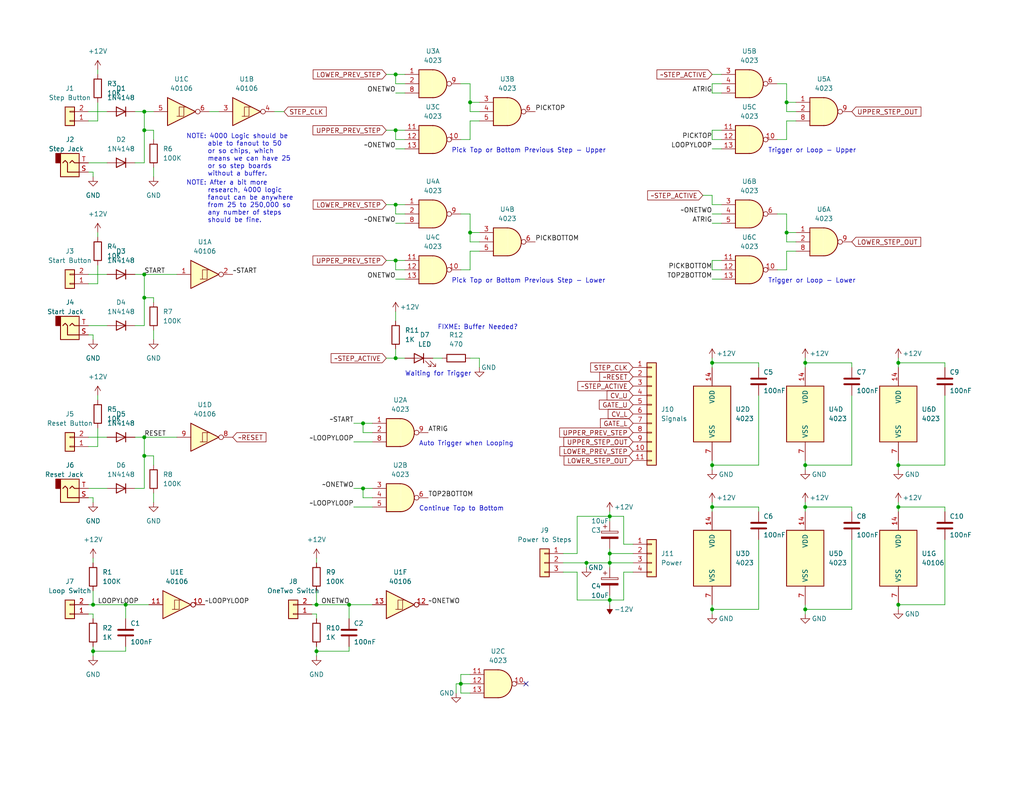
<source format=kicad_sch>
(kicad_sch (version 20211123) (generator eeschema)
  (paper "USLetter")
  (title_block (title "Sequencer One - Control Board") (date "2024-01-18") (rev "v1") (company "Multi Phase Brothel"))
  (lib_symbols
    (symbol "4xxx:40106" (pin_names (offset 1.016))
      (property "Reference" "U" (at 0 1.27 0))
      (property "Value" "40106" (at 0 -1.27 0))
      (symbol "40106_1_0"
        (pin input line (at -7.62 0 0) (length 3.81) (name "~") (number "1"))
        (pin output inverted (at 7.62 0 180) (length 3.81) (name "~") (number "2"))
      )
      (symbol "40106_2_0"
        (pin input line (at -7.62 0 0) (length 3.81) (name "~") (number "3"))
        (pin output inverted (at 7.62 0 180) (length 3.81) (name "~") (number "4"))
      )
      (symbol "40106_3_0"
        (pin input line (at -7.62 0 0) (length 3.81) (name "~") (number "5"))
        (pin output inverted (at 7.62 0 180) (length 3.81) (name "~") (number "6"))
      )
      (symbol "40106_4_0"
        (pin output inverted (at 7.62 0 180) (length 3.81) (name "~") (number "8"))
        (pin input line (at -7.62 0 0) (length 3.81) (name "~") (number "9"))
      )
      (symbol "40106_5_0"
        (pin output inverted (at 7.62 0 180) (length 3.81) (name "~") (number "10"))
        (pin input line (at -7.62 0 0) (length 3.81) (name "~") (number "11"))
      )
      (symbol "40106_6_0"
        (pin output inverted (at 7.62 0 180) (length 3.81) (name "~") (number "12"))
        (pin input line (at -7.62 0 0) (length 3.81) (name "~") (number "13"))
      )
      (symbol "40106_7_0"
        (pin power_in line (at 0 12.7 270) (length 5.08) (name "VDD") (number "14"))
        (pin power_in line (at 0 -12.7 90) (length 5.08) (name "VSS") (number "7"))
      )
    )
    (symbol "4xxx:4023" (pin_names (offset 1.016))
      (property "Reference" "U" (at 0 1.27 0))
      (property "Value" "4023" (at 0 -1.27 0))
      (symbol "4023_1_1"
        (pin input line (at -7.62 2.54 0) (length 3.81) (name "~") (number "1"))
        (pin input line (at -7.62 0 0) (length 3.81) (name "~") (number "2"))
        (pin input line (at -7.62 -2.54 0) (length 3.81) (name "~") (number "8"))
        (pin output inverted (at 7.62 0 180) (length 3.81) (name "~") (number "9"))
      )
      (symbol "4023_1_2"
        (pin input inverted (at -7.62 2.54 0) (length 4.318) (name "~") (number "1"))
        (pin input inverted (at -7.62 0 0) (length 4.953) (name "~") (number "2"))
        (pin input inverted (at -7.62 -2.54 0) (length 4.318) (name "~") (number "8"))
        (pin output line (at 7.62 0 180) (length 3.81) (name "~") (number "9"))
      )
      (symbol "4023_2_1"
        (pin input line (at -7.62 2.54 0) (length 3.81) (name "~") (number "3"))
        (pin input line (at -7.62 0 0) (length 3.81) (name "~") (number "4"))
        (pin input line (at -7.62 -2.54 0) (length 3.81) (name "~") (number "5"))
        (pin output inverted (at 7.62 0 180) (length 3.81) (name "~") (number "6"))
      )
      (symbol "4023_2_2"
        (pin input inverted (at -7.62 2.54 0) (length 4.318) (name "~") (number "3"))
        (pin input inverted (at -7.62 0 0) (length 4.953) (name "~") (number "4"))
        (pin input inverted (at -7.62 -2.54 0) (length 4.318) (name "~") (number "5"))
        (pin output line (at 7.62 0 180) (length 3.81) (name "~") (number "6"))
      )
      (symbol "4023_3_1"
        (pin output inverted (at 7.62 0 180) (length 3.81) (name "~") (number "10"))
        (pin input line (at -7.62 2.54 0) (length 3.81) (name "~") (number "11"))
        (pin input line (at -7.62 0 0) (length 3.81) (name "~") (number "12"))
        (pin input line (at -7.62 -2.54 0) (length 3.81) (name "~") (number "13"))
      )
      (symbol "4023_3_2"
        (pin output line (at 7.62 0 180) (length 3.81) (name "~") (number "10"))
        (pin input inverted (at -7.62 2.54 0) (length 4.318) (name "~") (number "11"))
        (pin input inverted (at -7.62 0 0) (length 4.953) (name "~") (number "12"))
        (pin input inverted (at -7.62 -2.54 0) (length 4.318) (name "~") (number "13"))
      )
      (symbol "4023_4_0"
        (pin power_in line (at 0 12.7 270) (length 5.08) (name "VDD") (number "14"))
        (pin power_in line (at 0 -12.7 90) (length 5.08) (name "VSS") (number "7"))
      )
    )
    (symbol "Connector:AudioJack2"
      (property "Reference" "J" (at 0 8.89 0))
      (property "Value" "AudioJack2" (at 0 6.35 0))
      (symbol "AudioJack2_1_1"
        (pin passive line (at 5.08 2.54 180) (length 2.54) (name "~") (number "S"))
        (pin passive line (at 5.08 0 180) (length 2.54) (name "~") (number "T"))
      )
    )
    (symbol "Connector_Generic:Conn_01x02" (pin_names (offset 1.016) hide)
      (property "Reference" "J" (at 0 2.54 0))
      (property "Value" "Conn_01x02" (at 0 -5.08 0))
      (symbol "Conn_01x02_1_1"
        (pin passive line (at -5.08 0 0) (length 3.81) (name "Pin_1") (number "1"))
        (pin passive line (at -5.08 -2.54 0) (length 3.81) (name "Pin_2") (number "2"))
      )
    )
    (symbol "Connector_Generic:Conn_01x03" (pin_names (offset 1.016) hide)
      (property "Reference" "J" (at 0 5.08 0))
      (property "Value" "Conn_01x03" (at 0 -5.08 0))
      (symbol "Conn_01x03_1_1"
        (pin passive line (at -5.08 2.54 0) (length 3.81) (name "Pin_1") (number "1"))
        (pin passive line (at -5.08 0 0) (length 3.81) (name "Pin_2") (number "2"))
        (pin passive line (at -5.08 -2.54 0) (length 3.81) (name "Pin_3") (number "3"))
      )
    )
    (symbol "Connector_Generic:Conn_01x04" (pin_names (offset 1.016) hide)
      (property "Reference" "J" (at 0 5.08 0))
      (property "Value" "Conn_01x04" (at 0 -7.62 0))
      (symbol "Conn_01x04_1_1"
        (pin passive line (at -5.08 2.54 0) (length 3.81) (name "Pin_1") (number "1"))
        (pin passive line (at -5.08 0 0) (length 3.81) (name "Pin_2") (number "2"))
        (pin passive line (at -5.08 -2.54 0) (length 3.81) (name "Pin_3") (number "3"))
        (pin passive line (at -5.08 -5.08 0) (length 3.81) (name "Pin_4") (number "4"))
      )
    )
    (symbol "Connector_Generic:Conn_01x11" (pin_names (offset 1.016) hide)
      (property "Reference" "J" (at 0 15.24 0))
      (property "Value" "Conn_01x11" (at 0 -15.24 0))
      (symbol "Conn_01x11_1_1"
        (pin passive line (at -5.08 12.7 0) (length 3.81) (name "Pin_1") (number "1"))
        (pin passive line (at -5.08 -10.16 0) (length 3.81) (name "Pin_10") (number "10"))
        (pin passive line (at -5.08 -12.7 0) (length 3.81) (name "Pin_11") (number "11"))
        (pin passive line (at -5.08 10.16 0) (length 3.81) (name "Pin_2") (number "2"))
        (pin passive line (at -5.08 7.62 0) (length 3.81) (name "Pin_3") (number "3"))
        (pin passive line (at -5.08 5.08 0) (length 3.81) (name "Pin_4") (number "4"))
        (pin passive line (at -5.08 2.54 0) (length 3.81) (name "Pin_5") (number "5"))
        (pin passive line (at -5.08 0 0) (length 3.81) (name "Pin_6") (number "6"))
        (pin passive line (at -5.08 -2.54 0) (length 3.81) (name "Pin_7") (number "7"))
        (pin passive line (at -5.08 -5.08 0) (length 3.81) (name "Pin_8") (number "8"))
        (pin passive line (at -5.08 -7.62 0) (length 3.81) (name "Pin_9") (number "9"))
      )
    )
    (symbol "Device:C" (pin_numbers hide) (pin_names (offset 0.254))
      (property "Reference" "C" (at 0.635 2.54 0))
      (property "Value" "C" (at 0.635 -2.54 0))
      (symbol "C_1_1"
        (pin passive line (at 0 3.81 270) (length 2.794) (name "~") (number "1"))
        (pin passive line (at 0 -3.81 90) (length 2.794) (name "~") (number "2"))
      )
    )
    (symbol "Device:C_Polarized" (pin_numbers hide) (pin_names (offset 0.254))
      (property "Reference" "C" (at 0.635 2.54 0))
      (property "Value" "C_Polarized" (at 0.635 -2.54 0))
      (symbol "C_Polarized_1_1"
        (pin passive line (at 0 3.81 270) (length 2.794) (name "~") (number "1"))
        (pin passive line (at 0 -3.81 90) (length 2.794) (name "~") (number "2"))
      )
    )
    (symbol "Device:D" (pin_numbers hide) (pin_names (offset 1.016) hide)
      (property "Reference" "D" (at 0 2.54 0))
      (property "Value" "D" (at 0 -2.54 0))
      (symbol "D_1_1"
        (pin passive line (at -3.81 0 0) (length 2.54) (name "K") (number "1"))
        (pin passive line (at 3.81 0 180) (length 2.54) (name "A") (number "2"))
      )
    )
    (symbol "Device:LED" (pin_numbers hide) (pin_names (offset 1.016) hide)
      (property "Reference" "D" (at 0 2.54 0))
      (property "Value" "LED" (at 0 -2.54 0))
      (symbol "LED_1_1"
        (pin passive line (at -3.81 0 0) (length 2.54) (name "K") (number "1"))
        (pin passive line (at 3.81 0 180) (length 2.54) (name "A") (number "2"))
      )
    )
    (symbol "Device:R" (pin_numbers hide) (pin_names (offset 0))
      (property "Reference" "R" (at 2.032 0 90))
      (property "Value" "R" (at 0 0 90))
      (symbol "R_1_1"
        (pin passive line (at 0 3.81 270) (length 1.27) (name "~") (number "1"))
        (pin passive line (at 0 -3.81 90) (length 1.27) (name "~") (number "2"))
      )
    )
    (symbol "power:+12V" (power) (pin_names (offset 0))
      (property "Value" "+12V" (at 0 3.556 0))
      (symbol "+12V_1_1"
        (pin power_in line (at 0 0 90) (length 0) hide (name "+12V") (number "1"))
      )
    )
    (symbol "power:-12V" (power) (pin_names (offset 0))
      (property "Value" "-12V" (at 0 3.81 0))
      (symbol "-12V_0_0"
        (pin power_in line (at 0 0 90) (length 0) hide (name "-12V") (number "1"))
      )
    )
    (symbol "power:GND" (power) (pin_names (offset 0))
      (property "Value" "GND" (at 0 -3.81 0))
      (symbol "GND_1_1"
        (pin power_in line (at 0 0 270) (length 0) hide (name "GND") (number "1"))
      )
    )
  )
  (junction (at 194.31 138.43))
  (junction (at 245.11 138.43))
  (junction (at 214.63 63.5))
  (junction (at 39.37 119.38))
  (junction (at 107.95 55.88))
  (junction (at 25.4 165.1))
  (junction (at 128.27 27.94))
  (junction (at 194.31 127))
  (junction (at 219.71 99.06))
  (junction (at 39.37 124.46))
  (junction (at 166.37 163.83))
  (junction (at 219.71 166.37))
  (junction (at 219.71 127))
  (junction (at 107.95 97.79))
  (junction (at 219.71 138.43))
  (junction (at 99.06 133.35))
  (junction (at 86.36 165.1))
  (junction (at 166.37 151.13))
  (junction (at 125.73 186.69))
  (junction (at 25.4 177.8))
  (junction (at 99.06 115.57))
  (junction (at 245.11 127))
  (junction (at 160.02 153.67))
  (junction (at 107.95 35.56))
  (junction (at 39.37 30.48))
  (junction (at 39.37 74.93))
  (junction (at 107.95 71.12))
  (junction (at 166.37 153.67))
  (junction (at 245.11 165.1))
  (junction (at 166.37 140.97))
  (junction (at 34.29 165.1))
  (junction (at 86.36 177.8))
  (junction (at 194.31 166.37))
  (junction (at 128.27 63.5))
  (junction (at 107.95 20.32))
  (junction (at 214.63 27.94))
  (junction (at 245.11 99.06))
  (junction (at 95.25 165.1))
  (junction (at 39.37 35.56))
  (junction (at 194.31 99.06))
  (junction (at 39.37 81.28))
  (no_connect (at 143.51 186.69))
  (wire (pts (xy 214.63 63.5) (xy 217.17 63.5)))
  (wire (pts (xy 128.27 63.5) (xy 128.27 58.42)))
  (wire (pts (xy 105.41 55.88) (xy 107.95 55.88)))
  (wire (pts (xy 130.81 30.48) (xy 128.27 30.48)))
  (wire (pts (xy 170.18 148.59) (xy 170.18 140.97)))
  (wire (pts (xy 107.95 38.1) (xy 107.95 35.56)))
  (wire (pts (xy 24.13 165.1) (xy 25.4 165.1)))
  (wire (pts (xy 207.01 166.37) (xy 207.01 147.32)))
  (wire (pts (xy 86.36 176.53) (xy 86.36 177.8)))
  (wire (pts (xy 245.11 165.1) (xy 245.11 166.37)))
  (wire (pts (xy 219.71 166.37) (xy 219.71 167.64)))
  (wire (pts (xy 101.6 135.89) (xy 99.06 135.89)))
  (wire (pts (xy 166.37 151.13) (xy 166.37 153.67)))
  (wire (pts (xy 196.85 38.1) (xy 194.31 38.1)))
  (wire (pts (xy 26.67 107.95) (xy 26.67 109.22)))
  (wire (pts (xy 128.27 66.04) (xy 128.27 63.5)))
  (wire (pts (xy 214.63 27.94) (xy 217.17 27.94)))
  (wire (pts (xy 101.6 118.11) (xy 99.06 118.11)))
  (wire (pts (xy 194.31 165.1) (xy 194.31 166.37)))
  (wire (pts (xy 96.52 115.57) (xy 99.06 115.57)))
  (wire (pts (xy 128.27 58.42) (xy 125.73 58.42)))
  (wire (pts (xy 207.01 138.43) (xy 207.01 139.7)))
  (wire (pts (xy 107.95 20.32) (xy 110.49 20.32)))
  (wire (pts (xy 41.91 45.72) (xy 41.91 48.26)))
  (wire (pts (xy 107.95 55.88) (xy 110.49 55.88)))
  (wire (pts (xy 214.63 30.48) (xy 214.63 27.94)))
  (wire (pts (xy 245.11 165.1) (xy 257.81 165.1)))
  (wire (pts (xy 41.91 35.56) (xy 39.37 35.56)))
  (wire (pts (xy 157.48 156.21) (xy 157.48 163.83)))
  (wire (pts (xy 172.72 153.67) (xy 166.37 153.67)))
  (wire (pts (xy 99.06 118.11) (xy 99.06 115.57)))
  (wire (pts (xy 85.09 165.1) (xy 86.36 165.1)))
  (wire (pts (xy 214.63 66.04) (xy 214.63 63.5)))
  (wire (pts (xy 257.81 165.1) (xy 257.81 147.32)))
  (wire (pts (xy 25.4 161.29) (xy 25.4 165.1)))
  (wire (pts (xy 214.63 73.66) (xy 214.63 68.58)))
  (wire (pts (xy 105.41 20.32) (xy 107.95 20.32)))
  (wire (pts (xy 24.13 88.9) (xy 29.21 88.9)))
  (wire (pts (xy 194.31 125.73) (xy 194.31 127)))
  (wire (pts (xy 24.13 121.92) (xy 26.67 121.92)))
  (wire (pts (xy 153.67 153.67) (xy 160.02 153.67)))
  (wire (pts (xy 25.4 46.99) (xy 25.4 48.26)))
  (wire (pts (xy 95.25 176.53) (xy 95.25 177.8)))
  (wire (pts (xy 41.91 82.55) (xy 41.91 81.28)))
  (wire (pts (xy 39.37 44.45) (xy 39.37 35.56)))
  (wire (pts (xy 219.71 166.37) (xy 232.41 166.37)))
  (wire (pts (xy 128.27 73.66) (xy 128.27 68.58)))
  (wire (pts (xy 166.37 140.97) (xy 166.37 142.24)))
  (wire (pts (xy 24.13 133.35) (xy 29.21 133.35)))
  (wire (pts (xy 95.25 165.1) (xy 95.25 168.91)))
  (wire (pts (xy 95.25 165.1) (xy 101.6 165.1)))
  (wire (pts (xy 194.31 40.64) (xy 196.85 40.64)))
  (wire (pts (xy 39.37 119.38) (xy 48.26 119.38)))
  (wire (pts (xy 157.48 140.97) (xy 157.48 151.13)))
  (wire (pts (xy 245.11 97.79) (xy 245.11 99.06)))
  (wire (pts (xy 194.31 60.96) (xy 196.85 60.96)))
  (wire (pts (xy 245.11 125.73) (xy 245.11 127)))
  (wire (pts (xy 194.31 127) (xy 194.31 128.27)))
  (wire (pts (xy 130.81 66.04) (xy 128.27 66.04)))
  (wire (pts (xy 24.13 119.38) (xy 29.21 119.38)))
  (wire (pts (xy 194.31 22.86) (xy 194.31 25.4)))
  (wire (pts (xy 25.4 165.1) (xy 34.29 165.1)))
  (wire (pts (xy 232.41 100.33) (xy 232.41 99.06)))
  (wire (pts (xy 194.31 20.32) (xy 196.85 20.32)))
  (wire (pts (xy 172.72 156.21) (xy 170.18 156.21)))
  (wire (pts (xy 194.31 166.37) (xy 207.01 166.37)))
  (wire (pts (xy 219.71 139.7) (xy 219.71 138.43)))
  (wire (pts (xy 107.95 97.79) (xy 110.49 97.79)))
  (wire (pts (xy 194.31 139.7) (xy 194.31 138.43)))
  (wire (pts (xy 157.48 140.97) (xy 166.37 140.97)))
  (wire (pts (xy 74.93 30.48) (xy 77.47 30.48)))
  (wire (pts (xy 107.95 85.09) (xy 107.95 87.63)))
  (wire (pts (xy 128.27 27.94) (xy 128.27 22.86)))
  (wire (pts (xy 107.95 35.56) (xy 110.49 35.56)))
  (wire (pts (xy 257.81 127) (xy 257.81 107.95)))
  (wire (pts (xy 36.83 88.9) (xy 39.37 88.9)))
  (wire (pts (xy 86.36 167.64) (xy 86.36 168.91)))
  (wire (pts (xy 232.41 138.43) (xy 232.41 139.7)))
  (wire (pts (xy 194.31 55.88) (xy 196.85 55.88)))
  (wire (pts (xy 245.11 99.06) (xy 257.81 99.06)))
  (wire (pts (xy 24.13 30.48) (xy 29.21 30.48)))
  (wire (pts (xy 166.37 153.67) (xy 166.37 154.94)))
  (wire (pts (xy 26.67 19.05) (xy 26.67 20.32)))
  (wire (pts (xy 196.85 73.66) (xy 194.31 73.66)))
  (wire (pts (xy 170.18 140.97) (xy 166.37 140.97)))
  (wire (pts (xy 153.67 151.13) (xy 157.48 151.13)))
  (wire (pts (xy 24.13 77.47) (xy 26.67 77.47)))
  (wire (pts (xy 219.71 165.1) (xy 219.71 166.37)))
  (wire (pts (xy 25.4 152.4) (xy 25.4 153.67)))
  (wire (pts (xy 107.95 58.42) (xy 107.95 55.88)))
  (wire (pts (xy 125.73 184.15) (xy 125.73 186.69)))
  (wire (pts (xy 128.27 184.15) (xy 125.73 184.15)))
  (wire (pts (xy 118.11 97.79) (xy 120.65 97.79)))
  (wire (pts (xy 194.31 76.2) (xy 196.85 76.2)))
  (wire (pts (xy 24.13 167.64) (xy 25.4 167.64)))
  (wire (pts (xy 107.95 76.2) (xy 110.49 76.2)))
  (wire (pts (xy 219.71 100.33) (xy 219.71 99.06)))
  (wire (pts (xy 125.73 73.66) (xy 128.27 73.66)))
  (wire (pts (xy 194.31 58.42) (xy 196.85 58.42)))
  (wire (pts (xy 107.95 40.64) (xy 110.49 40.64)))
  (wire (pts (xy 107.95 60.96) (xy 110.49 60.96)))
  (wire (pts (xy 39.37 74.93) (xy 48.26 74.93)))
  (wire (pts (xy 26.67 121.92) (xy 26.67 116.84)))
  (wire (pts (xy 219.71 127) (xy 232.41 127)))
  (wire (pts (xy 24.13 91.44) (xy 25.4 91.44)))
  (wire (pts (xy 36.83 30.48) (xy 39.37 30.48)))
  (wire (pts (xy 36.83 44.45) (xy 39.37 44.45)))
  (wire (pts (xy 36.83 133.35) (xy 39.37 133.35)))
  (wire (pts (xy 245.11 138.43) (xy 257.81 138.43)))
  (wire (pts (xy 24.13 44.45) (xy 29.21 44.45)))
  (wire (pts (xy 107.95 22.86) (xy 107.95 20.32)))
  (wire (pts (xy 194.31 137.16) (xy 194.31 138.43)))
  (wire (pts (xy 39.37 88.9) (xy 39.37 81.28)))
  (wire (pts (xy 41.91 124.46) (xy 39.37 124.46)))
  (wire (pts (xy 110.49 58.42) (xy 107.95 58.42)))
  (wire (pts (xy 34.29 176.53) (xy 34.29 177.8)))
  (wire (pts (xy 207.01 127) (xy 207.01 107.95)))
  (wire (pts (xy 212.09 38.1) (xy 214.63 38.1)))
  (wire (pts (xy 257.81 99.06) (xy 257.81 100.33)))
  (wire (pts (xy 110.49 73.66) (xy 107.95 73.66)))
  (wire (pts (xy 41.91 81.28) (xy 39.37 81.28)))
  (wire (pts (xy 153.67 156.21) (xy 157.48 156.21)))
  (wire (pts (xy 110.49 22.86) (xy 107.95 22.86)))
  (wire (pts (xy 212.09 22.86) (xy 214.63 22.86)))
  (wire (pts (xy 105.41 71.12) (xy 107.95 71.12)))
  (wire (pts (xy 41.91 38.1) (xy 41.91 35.56)))
  (wire (pts (xy 194.31 53.34) (xy 191.77 53.34)))
  (wire (pts (xy 128.27 27.94) (xy 130.81 27.94)))
  (wire (pts (xy 39.37 30.48) (xy 41.91 30.48)))
  (wire (pts (xy 125.73 189.23) (xy 125.73 186.69)))
  (wire (pts (xy 110.49 38.1) (xy 107.95 38.1)))
  (wire (pts (xy 41.91 90.17) (xy 41.91 92.71)))
  (wire (pts (xy 105.41 97.79) (xy 107.95 97.79)))
  (wire (pts (xy 86.36 161.29) (xy 86.36 165.1)))
  (wire (pts (xy 24.13 74.93) (xy 29.21 74.93)))
  (wire (pts (xy 157.48 163.83) (xy 166.37 163.83)))
  (wire (pts (xy 194.31 25.4) (xy 196.85 25.4)))
  (wire (pts (xy 124.46 186.69) (xy 124.46 189.23)))
  (wire (pts (xy 39.37 133.35) (xy 39.37 124.46)))
  (wire (pts (xy 219.71 127) (xy 219.71 128.27)))
  (wire (pts (xy 36.83 74.93) (xy 39.37 74.93)))
  (wire (pts (xy 194.31 97.79) (xy 194.31 99.06)))
  (wire (pts (xy 25.4 177.8) (xy 25.4 179.07)))
  (wire (pts (xy 99.06 135.89) (xy 99.06 133.35)))
  (wire (pts (xy 166.37 153.67) (xy 160.02 153.67)))
  (wire (pts (xy 57.15 30.48) (xy 59.69 30.48)))
  (wire (pts (xy 107.95 25.4) (xy 110.49 25.4)))
  (wire (pts (xy 107.95 95.25) (xy 107.95 97.79)))
  (wire (pts (xy 166.37 139.7) (xy 166.37 140.97)))
  (wire (pts (xy 128.27 63.5) (xy 130.81 63.5)))
  (wire (pts (xy 170.18 163.83) (xy 166.37 163.83)))
  (wire (pts (xy 25.4 177.8) (xy 34.29 177.8)))
  (wire (pts (xy 194.31 55.88) (xy 194.31 53.34)))
  (wire (pts (xy 172.72 151.13) (xy 166.37 151.13)))
  (wire (pts (xy 219.71 138.43) (xy 232.41 138.43)))
  (wire (pts (xy 194.31 73.66) (xy 194.31 71.12)))
  (wire (pts (xy 166.37 163.83) (xy 166.37 165.1)))
  (wire (pts (xy 214.63 38.1) (xy 214.63 33.02)))
  (wire (pts (xy 219.71 99.06) (xy 232.41 99.06)))
  (wire (pts (xy 86.36 152.4) (xy 86.36 153.67)))
  (wire (pts (xy 128.27 22.86) (xy 125.73 22.86)))
  (wire (pts (xy 26.67 77.47) (xy 26.67 72.39)))
  (wire (pts (xy 194.31 166.37) (xy 194.31 167.64)))
  (wire (pts (xy 245.11 100.33) (xy 245.11 99.06)))
  (wire (pts (xy 194.31 38.1) (xy 194.31 35.56)))
  (wire (pts (xy 212.09 73.66) (xy 214.63 73.66)))
  (wire (pts (xy 39.37 124.46) (xy 39.37 119.38)))
  (wire (pts (xy 105.41 35.56) (xy 107.95 35.56)))
  (wire (pts (xy 24.13 33.02) (xy 26.67 33.02)))
  (wire (pts (xy 214.63 63.5) (xy 214.63 58.42)))
  (wire (pts (xy 245.11 139.7) (xy 245.11 138.43)))
  (wire (pts (xy 232.41 166.37) (xy 232.41 147.32)))
  (wire (pts (xy 219.71 137.16) (xy 219.71 138.43)))
  (wire (pts (xy 217.17 30.48) (xy 214.63 30.48)))
  (wire (pts (xy 128.27 189.23) (xy 125.73 189.23)))
  (wire (pts (xy 85.09 167.64) (xy 86.36 167.64)))
  (wire (pts (xy 25.4 135.89) (xy 25.4 137.16)))
  (wire (pts (xy 245.11 127) (xy 245.11 128.27)))
  (wire (pts (xy 166.37 151.13) (xy 166.37 149.86)))
  (wire (pts (xy 166.37 162.56) (xy 166.37 163.83)))
  (wire (pts (xy 39.37 119.38) (xy 36.83 119.38)))
  (wire (pts (xy 194.31 71.12) (xy 196.85 71.12)))
  (wire (pts (xy 125.73 186.69) (xy 124.46 186.69)))
  (wire (pts (xy 130.81 97.79) (xy 130.81 100.33)))
  (wire (pts (xy 26.67 33.02) (xy 26.67 27.94)))
  (wire (pts (xy 25.4 91.44) (xy 25.4 92.71)))
  (wire (pts (xy 26.67 63.5) (xy 26.67 64.77)))
  (wire (pts (xy 25.4 167.64) (xy 25.4 168.91)))
  (wire (pts (xy 257.81 138.43) (xy 257.81 139.7)))
  (wire (pts (xy 25.4 176.53) (xy 25.4 177.8)))
  (wire (pts (xy 34.29 165.1) (xy 34.29 168.91)))
  (wire (pts (xy 207.01 99.06) (xy 207.01 100.33)))
  (wire (pts (xy 128.27 30.48) (xy 128.27 27.94)))
  (wire (pts (xy 194.31 35.56) (xy 196.85 35.56)))
  (wire (pts (xy 96.52 133.35) (xy 99.06 133.35)))
  (wire (pts (xy 194.31 99.06) (xy 207.01 99.06)))
  (wire (pts (xy 214.63 68.58) (xy 217.17 68.58)))
  (wire (pts (xy 219.71 125.73) (xy 219.71 127)))
  (wire (pts (xy 41.91 127) (xy 41.91 124.46)))
  (wire (pts (xy 39.37 35.56) (xy 39.37 30.48)))
  (wire (pts (xy 39.37 81.28) (xy 39.37 74.93)))
  (wire (pts (xy 86.36 177.8) (xy 86.36 179.07)))
  (wire (pts (xy 24.13 46.99) (xy 25.4 46.99)))
  (wire (pts (xy 125.73 38.1) (xy 128.27 38.1)))
  (wire (pts (xy 194.31 100.33) (xy 194.31 99.06)))
  (wire (pts (xy 214.63 27.94) (xy 214.63 22.86)))
  (wire (pts (xy 172.72 148.59) (xy 170.18 148.59)))
  (wire (pts (xy 219.71 97.79) (xy 219.71 99.06)))
  (wire (pts (xy 214.63 33.02) (xy 217.17 33.02)))
  (wire (pts (xy 96.52 120.65) (xy 101.6 120.65)))
  (wire (pts (xy 170.18 156.21) (xy 170.18 163.83)))
  (wire (pts (xy 130.81 33.02) (xy 128.27 33.02)))
  (wire (pts (xy 160.02 153.67) (xy 160.02 154.94)))
  (wire (pts (xy 128.27 33.02) (xy 128.27 38.1)))
  (wire (pts (xy 194.31 138.43) (xy 207.01 138.43)))
  (wire (pts (xy 34.29 165.1) (xy 40.64 165.1)))
  (wire (pts (xy 245.11 127) (xy 257.81 127)))
  (wire (pts (xy 24.13 135.89) (xy 25.4 135.89)))
  (wire (pts (xy 128.27 68.58) (xy 130.81 68.58)))
  (wire (pts (xy 96.52 138.43) (xy 101.6 138.43)))
  (wire (pts (xy 99.06 115.57) (xy 101.6 115.57)))
  (wire (pts (xy 86.36 165.1) (xy 95.25 165.1)))
  (wire (pts (xy 128.27 186.69) (xy 125.73 186.69)))
  (wire (pts (xy 245.11 137.16) (xy 245.11 138.43)))
  (wire (pts (xy 196.85 22.86) (xy 194.31 22.86)))
  (wire (pts (xy 217.17 66.04) (xy 214.63 66.04)))
  (wire (pts (xy 107.95 73.66) (xy 107.95 71.12)))
  (wire (pts (xy 95.25 177.8) (xy 86.36 177.8)))
  (wire (pts (xy 194.31 127) (xy 207.01 127)))
  (wire (pts (xy 107.95 71.12) (xy 110.49 71.12)))
  (wire (pts (xy 128.27 97.79) (xy 130.81 97.79)))
  (wire (pts (xy 41.91 134.62) (xy 41.91 137.16)))
  (wire (pts (xy 232.41 127) (xy 232.41 107.95)))
  (wire (pts (xy 99.06 133.35) (xy 101.6 133.35)))
  (wire (pts (xy 212.09 58.42) (xy 214.63 58.42)))
  (text "NOTE: 4000 Logic should be\n      able to fanout to 50\n      or so chips, which\n      means we can have 25\n      or so step boards\n      without a buffer." (at 50.8 48.26 0) (effects (font (size 1.27 1.27)) (justify left bottom)))
  (text "Trigger or Loop - Lower" (at 209.55 77.47 0) (effects (font (size 1.27 1.27)) (justify left bottom)))
  (text "Pick Top or Bottom Previous Step - Lower" (at 123.19 77.47 0) (effects (font (size 1.27 1.27)) (justify left bottom)))
  (text "NOTE: After a bit more\n      research, 4000 logic\n      fanout can be anywhere\n      from 25 to 250,000 so\n      any number of steps\n      should be fine." (at 50.8 60.96 0) (effects (font (size 1.27 1.27)) (justify left bottom)))
  (text "Continue Top to Bottom" (at 114.3 139.7 0) (effects (font (size 1.27 1.27)) (justify left bottom)))
  (text "Waiting for Trigger" (at 110.49 102.87 0) (effects (font (size 1.27 1.27)) (justify left bottom)))
  (text "Trigger or Loop - Upper" (at 209.55 41.91 0) (effects (font (size 1.27 1.27)) (justify left bottom)))
  (text "FIXME: Buffer Needed?" (at 119.38 90.17 0) (effects (font (size 1.27 1.27)) (justify left bottom)))
  (text "Pick Top or Bottom Previous Step - Upper" (at 123.19 41.91 0) (effects (font (size 1.27 1.27)) (justify left bottom)))
  (text "Auto Trigger when Looping" (at 114.3 121.92 0) (effects (font (size 1.27 1.27)) (justify left bottom)))
  (label "PICKBOTTOM" (at 194.31 73.66 180))
  (label "~START" (at 96.52 115.57 180))
  (label "~ONETWO" (at 107.95 60.96 180))
  (label "~ONETWO" (at 96.52 133.35 180))
  (label "ONETWO" (at 87.63 165.1 0))
  (label "ATRIG" (at 194.31 25.4 180))
  (label "LOOPYLOOP" (at 26.67 165.1 0))
  (label "PICKBOTTOM" (at 146.05 66.04 0))
  (label "PICKTOP" (at 194.31 38.1 180))
  (label "~ONETWO" (at 107.95 40.64 180))
  (label "~LOOPYLOOP" (at 96.52 120.65 180))
  (label "PICKTOP" (at 146.05 30.48 0))
  (label "RESET" (at 39.37 119.38 0))
  (label "ATRIG" (at 194.31 60.96 180))
  (label "~LOOPYLOOP" (at 96.52 138.43 180))
  (label "START" (at 39.37 74.93 0))
  (label "~ONETWO" (at 194.31 58.42 180))
  (label "~START" (at 63.5 74.93 0))
  (label "ATRIG" (at 116.84 118.11 0))
  (label "TOP2BOTTOM" (at 194.31 76.2 180))
  (label "LOOPYLOOP" (at 194.31 40.64 180))
  (label "TOP2BOTTOM" (at 116.84 135.89 0))
  (label "ONETWO" (at 107.95 76.2 180))
  (label "ONETWO" (at 107.95 25.4 180))
  (label "~ONETWO" (at 116.84 165.1 0))
  (label "~LOOPYLOOP" (at 55.88 165.1 0))
  (global_label "UPPER_PREV_STEP" (shape input) (at 105.41 35.56 180) (property "Intersheet References" "${INTERSHEET_REFS}" (effects hide)))
  (global_label "LOWER_PREV_STEP" (shape input) (at 172.72 123.19 180) (property "Intersheet References" "${INTERSHEET_REFS}" (effects hide)))
  (global_label "CV_L" (shape input) (at 172.72 113.03 180) (property "Intersheet References" "${INTERSHEET_REFS}" (effects hide)))
  (global_label "LOWER_PREV_STEP" (shape input) (at 105.41 20.32 180) (property "Intersheet References" "${INTERSHEET_REFS}" (effects hide)))
  (global_label "UPPER_STEP_OUT" (shape input) (at 232.41 30.48 0) (property "Intersheet References" "${INTERSHEET_REFS}" (effects hide)))
  (global_label "~RESET" (shape input) (at 172.72 102.87 180) (property "Intersheet References" "${INTERSHEET_REFS}" (effects hide)))
  (global_label "~STEP_ACTIVE" (shape input) (at 105.41 97.79 180) (property "Intersheet References" "${INTERSHEET_REFS}" (effects hide)))
  (global_label "GATE_U" (shape input) (at 172.72 110.49 180) (property "Intersheet References" "${INTERSHEET_REFS}" (effects hide)))
  (global_label "LOWER_STEP_OUT" (shape input) (at 232.41 66.04 0) (property "Intersheet References" "${INTERSHEET_REFS}" (effects hide)))
  (global_label "CV_U" (shape input) (at 172.72 107.95 180) (property "Intersheet References" "${INTERSHEET_REFS}" (effects hide)))
  (global_label "GATE_L" (shape input) (at 172.72 115.57 180) (property "Intersheet References" "${INTERSHEET_REFS}" (effects hide)))
  (global_label "~STEP_ACTIVE" (shape input) (at 194.31 20.32 180) (property "Intersheet References" "${INTERSHEET_REFS}" (effects hide)))
  (global_label "STEP_CLK" (shape input) (at 77.47 30.48 0) (property "Intersheet References" "${INTERSHEET_REFS}" (effects hide)))
  (global_label "STEP_CLK" (shape input) (at 172.72 100.33 180) (property "Intersheet References" "${INTERSHEET_REFS}" (effects hide)))
  (global_label "LOWER_PREV_STEP" (shape input) (at 105.41 55.88 180) (property "Intersheet References" "${INTERSHEET_REFS}" (effects hide)))
  (global_label "LOWER_STEP_OUT" (shape input) (at 172.72 125.73 180) (property "Intersheet References" "${INTERSHEET_REFS}" (effects hide)))
  (global_label "UPPER_STEP_OUT" (shape input) (at 172.72 120.65 180) (property "Intersheet References" "${INTERSHEET_REFS}" (effects hide)))
  (global_label "UPPER_PREV_STEP" (shape input) (at 105.41 71.12 180) (property "Intersheet References" "${INTERSHEET_REFS}" (effects hide)))
  (global_label "~RESET" (shape input) (at 63.5 119.38 0) (property "Intersheet References" "${INTERSHEET_REFS}" (effects hide)))
  (global_label "UPPER_PREV_STEP" (shape input) (at 172.72 118.11 180) (property "Intersheet References" "${INTERSHEET_REFS}" (effects hide)))
  (global_label "~STEP_ACTIVE" (shape input) (at 172.72 105.41 180) (property "Intersheet References" "${INTERSHEET_REFS}" (effects hide)))
  (global_label "~STEP_ACTIVE" (shape input) (at 191.77 53.34 180) (property "Intersheet References" "${INTERSHEET_REFS}" (effects hide)))
  (symbol (lib_id "Connector_Generic:Conn_01x02") (at 80.01 167.64 180) (unit 1)
    (property "Reference" "J8" (at 80.01 158.75 0))
    (property "Value" "OneTwo Switch" (at 80.01 161.29 0))
    (property "Footprint" "Connector_PinHeader_2.54mm:PinHeader_1x02_P2.54mm_Vertical" (effects hide))
  )
  (symbol (lib_id "power:+12V") (at 194.31 137.16 0) (unit 1)
    (property "Reference" "#PWR022" (effects hide))
    (property "Value" "+12V" (at 198.12 135.89 0))
  )
  (symbol (lib_id "Device:R") (at 26.67 113.03 0) (unit 1)
    (property "Reference" "R5" (at 29.21 111.7599 0) (effects (justify left)))
    (property "Value" "10K" (at 29.21 114.2999 0) (effects (justify left)))
    (property "Footprint" "Resistor_THT:R_Axial_DIN0204_L3.6mm_D1.6mm_P7.62mm_Horizontal" (effects hide))
  )
  (symbol (lib_id "Device:R") (at 26.67 24.13 0) (unit 1)
    (property "Reference" "R3" (at 29.21 22.8599 0) (effects (justify left)))
    (property "Value" "10K" (at 29.21 25.3999 0) (effects (justify left)))
    (property "Footprint" "Resistor_THT:R_Axial_DIN0204_L3.6mm_D1.6mm_P7.62mm_Horizontal" (effects hide))
  )
  (symbol (lib_id "Connector:AudioJack2") (at 19.05 133.35 0) (mirror x) (unit 1)
    (property "Reference" "J6" (at 20.32 127 0) (effects (justify right)))
    (property "Value" "Reset Jack" (at 22.86 129.54 0) (effects (justify right)))
    (property "Footprint" "Connector_Audio:Jack_6.35mm_Neutrik_NRJ6HM-1-PRE_Horizontal" (effects hide))
  )
  (symbol (lib_id "power:GND") (at 86.36 179.07 0) (unit 1)
    (property "Reference" "#PWR013" (effects hide))
    (property "Value" "GND" (at 86.36 184.15 0))
  )
  (symbol (lib_id "4xxx:4023") (at 135.89 186.69 0) (unit 3)
    (property "Reference" "U2" (at 135.89 177.8 0))
    (property "Value" "4023" (at 135.89 180.34 0))
    (property "Footprint" "Package_DIP:DIP-14_W7.62mm_Socket_LongPads" (effects hide))
    (property "Datasheet" "http://www.intersil.com/content/dam/Intersil/documents/cd40/cd4011bms-12bms-23bms.pdf" (effects hide))
  )
  (symbol (lib_id "Device:R") (at 124.46 97.79 90) (unit 1)
    (property "Reference" "R12" (at 124.46 91.44 90))
    (property "Value" "470" (at 124.46 93.98 90))
    (property "Footprint" "Resistor_THT:R_Axial_DIN0204_L3.6mm_D1.6mm_P7.62mm_Horizontal" (effects hide))
  )
  (symbol (lib_id "power:GND") (at 25.4 179.07 0) (unit 1)
    (property "Reference" "#PWR05" (effects hide))
    (property "Value" "GND" (at 25.4 184.15 0))
  )
  (symbol (lib_id "4xxx:4023") (at 204.47 73.66 0) (unit 3)
    (property "Reference" "U6" (at 204.47 64.77 0))
    (property "Value" "4023" (at 204.47 67.31 0))
    (property "Footprint" "Package_DIP:DIP-14_W7.62mm_Socket_LongPads" (effects hide))
    (property "Datasheet" "http://www.intersil.com/content/dam/Intersil/documents/cd40/cd4011bms-12bms-23bms.pdf" (effects hide))
  )
  (symbol (lib_id "power:GND") (at 245.11 128.27 0) (unit 1)
    (property "Reference" "#PWR029" (effects hide))
    (property "Value" "GND" (at 248.92 129.54 0))
  )
  (symbol (lib_id "Connector:AudioJack2") (at 19.05 44.45 0) (mirror x) (unit 1)
    (property "Reference" "J2" (at 20.32 38.1 0) (effects (justify right)))
    (property "Value" "Step Jack" (at 22.86 40.64 0) (effects (justify right)))
    (property "Footprint" "Connector_Audio:Jack_6.35mm_Neutrik_NRJ6HM-1-PRE_Horizontal" (effects hide))
  )
  (symbol (lib_id "4xxx:4023") (at 204.47 22.86 0) (unit 2)
    (property "Reference" "U5" (at 204.47 13.97 0))
    (property "Value" "4023" (at 204.47 16.51 0))
    (property "Footprint" "Package_DIP:DIP-14_W7.62mm_Socket_LongPads" (effects hide))
    (property "Datasheet" "http://www.intersil.com/content/dam/Intersil/documents/cd40/cd4011bms-12bms-23bms.pdf" (effects hide))
  )
  (symbol (lib_id "Device:C") (at 34.29 172.72 0) (unit 1)
    (property "Reference" "C1" (at 35.56 170.18 0) (effects (justify left)))
    (property "Value" "100nF" (at 35.56 175.26 0) (effects (justify left)))
    (property "Footprint" "Capacitor_THT:C_Disc_D5.1mm_W3.2mm_P5.00mm" (effects hide))
  )
  (symbol (lib_id "Connector_Generic:Conn_01x11") (at 177.8 113.03 0) (unit 1)
    (property "Reference" "J10" (at 180.34 111.7599 0) (effects (justify left)))
    (property "Value" "Signals" (at 180.34 114.2999 0) (effects (justify left)))
    (property "Footprint" "Connector_PinHeader_2.54mm:PinHeader_1x11_P2.54mm_Vertical" (effects hide))
  )
  (symbol (lib_id "Device:C") (at 257.81 104.14 0) (unit 1)
    (property "Reference" "C9" (at 259.08 101.6 0) (effects (justify left)))
    (property "Value" "100nF" (at 259.08 106.68 0) (effects (justify left)))
    (property "Footprint" "Capacitor_THT:C_Disc_D5.1mm_W3.2mm_P5.00mm" (effects hide))
  )
  (symbol (lib_id "Connector_Generic:Conn_01x02") (at 19.05 121.92 180) (unit 1)
    (property "Reference" "J5" (at 19.05 113.03 0))
    (property "Value" "Reset Button" (at 19.05 115.57 0))
    (property "Footprint" "Connector_PinHeader_2.54mm:PinHeader_1x02_P2.54mm_Vertical" (effects hide))
  )
  (symbol (lib_id "Device:C") (at 257.81 143.51 0) (unit 1)
    (property "Reference" "C10" (at 259.08 140.97 0) (effects (justify left)))
    (property "Value" "100nF" (at 259.08 146.05 0) (effects (justify left)))
    (property "Footprint" "Capacitor_THT:C_Disc_D5.1mm_W3.2mm_P5.00mm" (effects hide))
  )
  (symbol (lib_id "4xxx:4023") (at 245.11 113.03 0) (unit 4)
    (property "Reference" "U6" (at 251.46 111.7599 0) (effects (justify left)))
    (property "Value" "4023" (at 251.46 114.2999 0) (effects (justify left)))
    (property "Footprint" "Package_DIP:DIP-14_W7.62mm_Socket_LongPads" (effects hide))
    (property "Datasheet" "http://www.intersil.com/content/dam/Intersil/documents/cd40/cd4011bms-12bms-23bms.pdf" (effects hide))
  )
  (symbol (lib_id "Device:D") (at 33.02 88.9 0) (mirror y) (unit 1)
    (property "Reference" "D4" (at 33.02 82.55 0))
    (property "Value" "1N4148" (at 33.02 85.09 0))
    (property "Footprint" "Diode_THT:D_DO-35_SOD27_P7.62mm_Horizontal" (effects hide))
  )
  (symbol (lib_id "4xxx:4023") (at 138.43 66.04 0) (unit 2)
    (property "Reference" "U4" (at 138.43 57.15 0))
    (property "Value" "4023" (at 138.43 59.69 0))
    (property "Footprint" "Package_DIP:DIP-14_W7.62mm_Socket_LongPads" (effects hide))
    (property "Datasheet" "http://www.intersil.com/content/dam/Intersil/documents/cd40/cd4011bms-12bms-23bms.pdf" (effects hide))
  )
  (symbol (lib_id "Device:D") (at 33.02 119.38 0) (mirror y) (unit 1)
    (property "Reference" "D5" (at 33.02 113.03 0))
    (property "Value" "1N4148" (at 33.02 115.57 0))
    (property "Footprint" "Diode_THT:D_DO-35_SOD27_P7.62mm_Horizontal" (effects hide))
  )
  (symbol (lib_id "Device:C") (at 207.01 143.51 0) (unit 1)
    (property "Reference" "C6" (at 208.28 140.97 0) (effects (justify left)))
    (property "Value" "100nF" (at 208.28 146.05 0) (effects (justify left)))
    (property "Footprint" "Capacitor_THT:C_Disc_D5.1mm_W3.2mm_P5.00mm" (effects hide))
  )
  (symbol (lib_id "Device:C_Polarized") (at 166.37 146.05 0) (unit 1)
    (property "Reference" "C3" (at 161.29 144.78 0) (effects (justify left)))
    (property "Value" "10uF" (at 161.29 142.24 0) (effects (justify left)))
    (property "Footprint" "Capacitor_THT:CP_Radial_D6.3mm_P2.50mm" (effects hide))
  )
  (symbol (lib_id "power:GND") (at 25.4 92.71 0) (unit 1)
    (property "Reference" "#PWR02" (effects hide))
    (property "Value" "GND" (at 25.4 97.79 0))
  )
  (symbol (lib_id "Device:R") (at 25.4 172.72 0) (unit 1)
    (property "Reference" "R2" (at 27.94 171.4499 0) (effects (justify left)))
    (property "Value" "1K" (at 27.94 173.9899 0) (effects (justify left)))
    (property "Footprint" "Resistor_THT:R_Axial_DIN0204_L3.6mm_D1.6mm_P7.62mm_Horizontal" (effects hide))
  )
  (symbol (lib_id "Connector_Generic:Conn_01x03") (at 148.59 153.67 0) (mirror y) (unit 1)
    (property "Reference" "J9" (at 148.59 144.78 0))
    (property "Value" "Power to Steps" (at 148.59 147.32 0))
    (property "Footprint" "Connector_PinHeader_2.54mm:PinHeader_1x03_P2.54mm_Vertical" (effects hide))
  )
  (symbol (lib_id "power:+12V") (at 26.67 107.95 0) (unit 1)
    (property "Reference" "#PWR08" (effects hide))
    (property "Value" "+12V" (at 26.67 102.87 0))
  )
  (symbol (lib_id "Device:LED") (at 114.3 97.79 0) (mirror y) (unit 1)
    (property "Reference" "D7" (at 115.8875 91.44 0))
    (property "Value" "LED" (at 115.8875 93.98 0))
    (property "Footprint" "LED_THT:LED_D5.0mm" (effects hide))
  )
  (symbol (lib_id "Device:C") (at 232.41 104.14 0) (unit 1)
    (property "Reference" "C7" (at 233.68 101.6 0) (effects (justify left)))
    (property "Value" "100nF" (at 233.68 106.68 0) (effects (justify left)))
    (property "Footprint" "Capacitor_THT:C_Disc_D5.1mm_W3.2mm_P5.00mm" (effects hide))
  )
  (symbol (lib_id "4xxx:40106") (at 49.53 30.48 0) (unit 3)
    (property "Reference" "U1" (at 49.53 21.59 0))
    (property "Value" "40106" (at 49.53 24.13 0))
    (property "Footprint" "Package_DIP:DIP-14_W7.62mm_Socket_LongPads" (effects hide))
    (property "Datasheet" "https://assets.nexperia.com/documents/data-sheet/HEF40106B.pdf" (effects hide))
  )
  (symbol (lib_id "power:+12V") (at 219.71 137.16 0) (unit 1)
    (property "Reference" "#PWR026" (effects hide))
    (property "Value" "+12V" (at 223.52 135.89 0))
  )
  (symbol (lib_id "4xxx:4023") (at 204.47 38.1 0) (unit 3)
    (property "Reference" "U5" (at 204.47 29.21 0))
    (property "Value" "4023" (at 204.47 31.75 0))
    (property "Footprint" "Package_DIP:DIP-14_W7.62mm_Socket_LongPads" (effects hide))
    (property "Datasheet" "http://www.intersil.com/content/dam/Intersil/documents/cd40/cd4011bms-12bms-23bms.pdf" (effects hide))
  )
  (symbol (lib_id "Device:R") (at 86.36 157.48 0) (unit 1)
    (property "Reference" "R9" (at 88.9 156.2099 0) (effects (justify left)))
    (property "Value" "100K" (at 88.9 158.7499 0) (effects (justify left)))
    (property "Footprint" "Resistor_THT:R_Axial_DIN0204_L3.6mm_D1.6mm_P7.62mm_Horizontal" (effects hide))
  )
  (symbol (lib_id "Device:D") (at 33.02 44.45 0) (mirror y) (unit 1)
    (property "Reference" "D2" (at 33.02 38.1 0))
    (property "Value" "1N4148" (at 33.02 40.64 0))
    (property "Footprint" "Diode_THT:D_DO-35_SOD27_P7.62mm_Horizontal" (effects hide))
  )
  (symbol (lib_id "power:+12V") (at 26.67 19.05 0) (unit 1)
    (property "Reference" "#PWR06" (effects hide))
    (property "Value" "+12V" (at 26.67 13.97 0))
  )
  (symbol (lib_id "Device:C_Polarized") (at 166.37 158.75 0) (unit 1)
    (property "Reference" "C4" (at 161.29 160.02 0) (effects (justify left)))
    (property "Value" "10uF" (at 161.29 162.56 0) (effects (justify left)))
    (property "Footprint" "Capacitor_THT:CP_Radial_D6.3mm_P2.50mm" (effects hide))
  )
  (symbol (lib_id "4xxx:40106") (at 55.88 119.38 0) (unit 4)
    (property "Reference" "U1" (at 55.88 110.49 0))
    (property "Value" "40106" (at 55.88 113.03 0))
    (property "Footprint" "Package_DIP:DIP-14_W7.62mm_Socket_LongPads" (effects hide))
    (property "Datasheet" "https://assets.nexperia.com/documents/data-sheet/HEF40106B.pdf" (effects hide))
  )
  (symbol (lib_id "Device:R") (at 41.91 86.36 0) (unit 1)
    (property "Reference" "R7" (at 44.45 85.0899 0) (effects (justify left)))
    (property "Value" "100K" (at 44.45 87.6299 0) (effects (justify left)))
    (property "Footprint" "Resistor_THT:R_Axial_DIN0204_L3.6mm_D1.6mm_P7.62mm_Horizontal" (effects hide))
  )
  (symbol (lib_id "power:GND") (at 41.91 137.16 0) (unit 1)
    (property "Reference" "#PWR011" (effects hide))
    (property "Value" "GND" (at 41.91 142.24 0))
  )
  (symbol (lib_id "Connector_Generic:Conn_01x04") (at 177.8 151.13 0) (unit 1)
    (property "Reference" "J11" (at 180.34 151.1299 0) (effects (justify left)))
    (property "Value" "Power" (at 180.34 153.6699 0) (effects (justify left)))
    (property "Footprint" "Connector_Molex:Molex_KK-396_5273-04A_1x04_P3.96mm_Vertical" (effects hide))
  )
  (symbol (lib_id "4xxx:4023") (at 194.31 113.03 0) (unit 4)
    (property "Reference" "U2" (at 200.66 111.7599 0) (effects (justify left)))
    (property "Value" "4023" (at 200.66 114.2999 0) (effects (justify left)))
    (property "Footprint" "Package_DIP:DIP-14_W7.62mm_Socket_LongPads" (effects hide))
    (property "Datasheet" "http://www.intersil.com/content/dam/Intersil/documents/cd40/cd4011bms-12bms-23bms.pdf" (effects hide))
  )
  (symbol (lib_id "Connector:AudioJack2") (at 19.05 88.9 0) (mirror x) (unit 1)
    (property "Reference" "J4" (at 20.32 82.55 0) (effects (justify right)))
    (property "Value" "Start Jack" (at 22.86 85.09 0) (effects (justify right)))
    (property "Footprint" "Connector_Audio:Jack_6.35mm_Neutrik_NRJ6HM-1-PRE_Horizontal" (effects hide))
  )
  (symbol (lib_id "Connector_Generic:Conn_01x02") (at 19.05 167.64 180) (unit 1)
    (property "Reference" "J7" (at 19.05 158.75 0))
    (property "Value" "Loop Switch" (at 19.05 161.29 0))
    (property "Footprint" "Connector_PinHeader_2.54mm:PinHeader_1x02_P2.54mm_Vertical" (effects hide))
  )
  (symbol (lib_id "4xxx:4023") (at 204.47 58.42 0) (unit 2)
    (property "Reference" "U6" (at 204.47 49.53 0))
    (property "Value" "4023" (at 204.47 52.07 0))
    (property "Footprint" "Package_DIP:DIP-14_W7.62mm_Socket_LongPads" (effects hide))
    (property "Datasheet" "http://www.intersil.com/content/dam/Intersil/documents/cd40/cd4011bms-12bms-23bms.pdf" (effects hide))
  )
  (symbol (lib_id "power:GND") (at 25.4 48.26 0) (unit 1)
    (property "Reference" "#PWR01" (effects hide))
    (property "Value" "GND" (at 25.4 53.34 0))
  )
  (symbol (lib_id "Device:R") (at 41.91 41.91 0) (unit 1)
    (property "Reference" "R6" (at 44.45 40.6399 0) (effects (justify left)))
    (property "Value" "100K" (at 44.45 43.1799 0) (effects (justify left)))
    (property "Footprint" "Resistor_THT:R_Axial_DIN0204_L3.6mm_D1.6mm_P7.62mm_Horizontal" (effects hide))
  )
  (symbol (lib_id "4xxx:40106") (at 55.88 74.93 0) (unit 1)
    (property "Reference" "U1" (at 55.88 66.04 0))
    (property "Value" "40106" (at 55.88 68.58 0))
    (property "Footprint" "Package_DIP:DIP-14_W7.62mm_Socket_LongPads" (effects hide))
    (property "Datasheet" "https://assets.nexperia.com/documents/data-sheet/HEF40106B.pdf" (effects hide))
  )
  (symbol (lib_id "power:+12V") (at 245.11 137.16 0) (unit 1)
    (property "Reference" "#PWR030" (effects hide))
    (property "Value" "+12V" (at 248.92 135.89 0))
  )
  (symbol (lib_id "power:GND") (at 194.31 167.64 0) (unit 1)
    (property "Reference" "#PWR023" (effects hide))
    (property "Value" "GND" (at 198.12 168.91 0))
  )
  (symbol (lib_id "Device:C") (at 95.25 172.72 0) (unit 1)
    (property "Reference" "C2" (at 96.52 170.18 0) (effects (justify left)))
    (property "Value" "100nF" (at 96.52 175.26 0) (effects (justify left)))
    (property "Footprint" "Capacitor_THT:C_Disc_D5.1mm_W3.2mm_P5.00mm" (effects hide))
  )
  (symbol (lib_id "power:+12V") (at 166.37 139.7 0) (unit 1)
    (property "Reference" "#PWR018" (effects hide))
    (property "Value" "+12V" (at 170.18 138.43 0))
  )
  (symbol (lib_id "4xxx:4023") (at 118.11 58.42 0) (unit 1)
    (property "Reference" "U4" (at 118.11 49.53 0))
    (property "Value" "4023" (at 118.11 52.07 0))
    (property "Footprint" "Package_DIP:DIP-14_W7.62mm_Socket_LongPads" (effects hide))
    (property "Datasheet" "http://www.intersil.com/content/dam/Intersil/documents/cd40/cd4011bms-12bms-23bms.pdf" (effects hide))
  )
  (symbol (lib_id "power:+12V") (at 219.71 97.79 0) (unit 1)
    (property "Reference" "#PWR024" (effects hide))
    (property "Value" "+12V" (at 223.52 96.52 0))
  )
  (symbol (lib_id "Connector_Generic:Conn_01x02") (at 19.05 33.02 180) (unit 1)
    (property "Reference" "J1" (at 19.05 24.13 0))
    (property "Value" "Step Button" (at 19.05 26.67 0))
    (property "Footprint" "Connector_PinHeader_2.54mm:PinHeader_1x02_P2.54mm_Vertical" (effects hide))
  )
  (symbol (lib_id "4xxx:4023") (at 224.79 30.48 0) (unit 1)
    (property "Reference" "U5" (at 224.79 21.59 0))
    (property "Value" "4023" (at 224.79 24.13 0))
    (property "Footprint" "Package_DIP:DIP-14_W7.62mm_Socket_LongPads" (effects hide))
    (property "Datasheet" "http://www.intersil.com/content/dam/Intersil/documents/cd40/cd4011bms-12bms-23bms.pdf" (effects hide))
  )
  (symbol (lib_id "power:GND") (at 160.02 154.94 0) (unit 1)
    (property "Reference" "#PWR017" (effects hide))
    (property "Value" "GND" (at 162.56 154.94 0))
  )
  (symbol (lib_id "Device:D") (at 33.02 74.93 0) (mirror y) (unit 1)
    (property "Reference" "D3" (at 33.02 68.58 0))
    (property "Value" "1N4148" (at 33.02 71.12 0))
    (property "Footprint" "Diode_THT:D_DO-35_SOD27_P7.62mm_Horizontal" (effects hide))
  )
  (symbol (lib_id "power:GND") (at 41.91 48.26 0) (unit 1)
    (property "Reference" "#PWR09" (effects hide))
    (property "Value" "GND" (at 41.91 53.34 0))
  )
  (symbol (lib_id "power:+12V") (at 245.11 97.79 0) (unit 1)
    (property "Reference" "#PWR028" (effects hide))
    (property "Value" "+12V" (at 248.92 96.52 0))
  )
  (symbol (lib_id "power:GND") (at 124.46 189.23 0) (unit 1)
    (property "Reference" "#PWR015" (effects hide))
    (property "Value" "GND" (at 121.92 189.23 0))
  )
  (symbol (lib_id "Device:R") (at 41.91 130.81 0) (unit 1)
    (property "Reference" "R8" (at 44.45 129.5399 0) (effects (justify left)))
    (property "Value" "100K" (at 44.45 132.0799 0) (effects (justify left)))
    (property "Footprint" "Resistor_THT:R_Axial_DIN0204_L3.6mm_D1.6mm_P7.62mm_Horizontal" (effects hide))
  )
  (symbol (lib_id "4xxx:4023") (at 118.11 38.1 0) (unit 3)
    (property "Reference" "U3" (at 118.11 29.21 0))
    (property "Value" "4023" (at 118.11 31.75 0))
    (property "Footprint" "Package_DIP:DIP-14_W7.62mm_Socket_LongPads" (effects hide))
    (property "Datasheet" "http://www.intersil.com/content/dam/Intersil/documents/cd40/cd4011bms-12bms-23bms.pdf" (effects hide))
  )
  (symbol (lib_id "power:GND") (at 25.4 137.16 0) (unit 1)
    (property "Reference" "#PWR03" (effects hide))
    (property "Value" "GND" (at 25.4 142.24 0))
  )
  (symbol (lib_id "Device:R") (at 86.36 172.72 0) (unit 1)
    (property "Reference" "R10" (at 88.9 171.4499 0) (effects (justify left)))
    (property "Value" "1K" (at 88.9 173.9899 0) (effects (justify left)))
    (property "Footprint" "Resistor_THT:R_Axial_DIN0204_L3.6mm_D1.6mm_P7.62mm_Horizontal" (effects hide))
  )
  (symbol (lib_id "4xxx:40106") (at 67.31 30.48 0) (unit 2)
    (property "Reference" "U1" (at 67.31 21.59 0))
    (property "Value" "40106" (at 67.31 24.13 0))
    (property "Footprint" "Package_DIP:DIP-14_W7.62mm_Socket_LongPads" (effects hide))
    (property "Datasheet" "https://assets.nexperia.com/documents/data-sheet/HEF40106B.pdf" (effects hide))
  )
  (symbol (lib_id "power:+12V") (at 194.31 97.79 0) (unit 1)
    (property "Reference" "#PWR020" (effects hide))
    (property "Value" "+12V" (at 198.12 96.52 0))
  )
  (symbol (lib_id "power:GND") (at 245.11 166.37 0) (unit 1)
    (property "Reference" "#PWR031" (effects hide))
    (property "Value" "GND" (at 248.92 167.64 0))
  )
  (symbol (lib_id "4xxx:40106") (at 245.11 152.4 0) (unit 7)
    (property "Reference" "U1" (at 251.46 151.1299 0) (effects (justify left)))
    (property "Value" "40106" (at 251.46 153.6699 0) (effects (justify left)))
    (property "Footprint" "Package_DIP:DIP-14_W7.62mm_Socket_LongPads" (effects hide))
    (property "Datasheet" "https://assets.nexperia.com/documents/data-sheet/HEF40106B.pdf" (effects hide))
  )
  (symbol (lib_id "Connector_Generic:Conn_01x02") (at 19.05 77.47 180) (unit 1)
    (property "Reference" "J3" (at 19.05 68.58 0))
    (property "Value" "Start Button" (at 19.05 71.12 0))
    (property "Footprint" "Connector_PinHeader_2.54mm:PinHeader_1x02_P2.54mm_Vertical" (effects hide))
  )
  (symbol (lib_id "4xxx:4023") (at 194.31 152.4 0) (unit 4)
    (property "Reference" "U3" (at 200.66 151.1299 0) (effects (justify left)))
    (property "Value" "4023" (at 200.66 153.6699 0) (effects (justify left)))
    (property "Footprint" "Package_DIP:DIP-14_W7.62mm_Socket_LongPads" (effects hide))
    (property "Datasheet" "http://www.intersil.com/content/dam/Intersil/documents/cd40/cd4011bms-12bms-23bms.pdf" (effects hide))
  )
  (symbol (lib_id "power:GND") (at 219.71 128.27 0) (unit 1)
    (property "Reference" "#PWR025" (effects hide))
    (property "Value" "GND" (at 223.52 129.54 0))
  )
  (symbol (lib_id "Device:D") (at 33.02 133.35 0) (mirror y) (unit 1)
    (property "Reference" "D6" (at 33.02 127 0))
    (property "Value" "1N4148" (at 33.02 129.54 0))
    (property "Footprint" "Diode_THT:D_DO-35_SOD27_P7.62mm_Horizontal" (effects hide))
  )
  (symbol (lib_id "Device:R") (at 25.4 157.48 0) (unit 1)
    (property "Reference" "R1" (at 27.94 156.2099 0) (effects (justify left)))
    (property "Value" "100K" (at 27.94 158.7499 0) (effects (justify left)))
    (property "Footprint" "Resistor_THT:R_Axial_DIN0204_L3.6mm_D1.6mm_P7.62mm_Horizontal" (effects hide))
  )
  (symbol (lib_id "4xxx:4023") (at 219.71 113.03 0) (unit 4)
    (property "Reference" "U4" (at 226.06 111.7599 0) (effects (justify left)))
    (property "Value" "4023" (at 226.06 114.2999 0) (effects (justify left)))
    (property "Footprint" "Package_DIP:DIP-14_W7.62mm_Socket_LongPads" (effects hide))
    (property "Datasheet" "http://www.intersil.com/content/dam/Intersil/documents/cd40/cd4011bms-12bms-23bms.pdf" (effects hide))
  )
  (symbol (lib_id "Device:R") (at 107.95 91.44 0) (unit 1)
    (property "Reference" "R11" (at 110.49 90.1699 0) (effects (justify left)))
    (property "Value" "1K" (at 110.49 92.7099 0) (effects (justify left)))
    (property "Footprint" "Resistor_THT:R_Axial_DIN0204_L3.6mm_D1.6mm_P7.62mm_Horizontal" (effects hide))
  )
  (symbol (lib_id "4xxx:4023") (at 109.22 118.11 0) (unit 1)
    (property "Reference" "U2" (at 109.22 109.22 0))
    (property "Value" "4023" (at 109.22 111.76 0))
    (property "Footprint" "Package_DIP:DIP-14_W7.62mm_Socket_LongPads" (effects hide))
    (property "Datasheet" "http://www.intersil.com/content/dam/Intersil/documents/cd40/cd4011bms-12bms-23bms.pdf" (effects hide))
  )
  (symbol (lib_id "Device:R") (at 26.67 68.58 0) (unit 1)
    (property "Reference" "R4" (at 29.21 67.3099 0) (effects (justify left)))
    (property "Value" "10K" (at 29.21 69.8499 0) (effects (justify left)))
    (property "Footprint" "Resistor_THT:R_Axial_DIN0204_L3.6mm_D1.6mm_P7.62mm_Horizontal" (effects hide))
  )
  (symbol (lib_id "4xxx:4023") (at 219.71 152.4 0) (unit 4)
    (property "Reference" "U5" (at 226.06 151.1299 0) (effects (justify left)))
    (property "Value" "4023" (at 226.06 153.6699 0) (effects (justify left)))
    (property "Footprint" "Package_DIP:DIP-14_W7.62mm_Socket_LongPads" (effects hide))
    (property "Datasheet" "http://www.intersil.com/content/dam/Intersil/documents/cd40/cd4011bms-12bms-23bms.pdf" (effects hide))
  )
  (symbol (lib_id "4xxx:4023") (at 138.43 30.48 0) (unit 2)
    (property "Reference" "U3" (at 138.43 21.59 0))
    (property "Value" "4023" (at 138.43 24.13 0))
    (property "Footprint" "Package_DIP:DIP-14_W7.62mm_Socket_LongPads" (effects hide))
    (property "Datasheet" "http://www.intersil.com/content/dam/Intersil/documents/cd40/cd4011bms-12bms-23bms.pdf" (effects hide))
  )
  (symbol (lib_id "power:GND") (at 194.31 128.27 0) (unit 1)
    (property "Reference" "#PWR021" (effects hide))
    (property "Value" "GND" (at 198.12 129.54 0))
  )
  (symbol (lib_id "power:+12V") (at 86.36 152.4 0) (unit 1)
    (property "Reference" "#PWR012" (effects hide))
    (property "Value" "+12V" (at 86.36 147.32 0))
  )
  (symbol (lib_id "power:GND") (at 130.81 100.33 0) (unit 1)
    (property "Reference" "#PWR016" (effects hide))
    (property "Value" "GND" (at 133.35 100.33 0))
  )
  (symbol (lib_id "4xxx:40106") (at 48.26 165.1 0) (unit 5)
    (property "Reference" "U1" (at 48.26 156.21 0))
    (property "Value" "40106" (at 48.26 158.75 0))
    (property "Footprint" "Package_DIP:DIP-14_W7.62mm_Socket_LongPads" (effects hide))
    (property "Datasheet" "https://assets.nexperia.com/documents/data-sheet/HEF40106B.pdf" (effects hide))
  )
  (symbol (lib_id "Device:C") (at 207.01 104.14 0) (unit 1)
    (property "Reference" "C5" (at 208.28 101.6 0) (effects (justify left)))
    (property "Value" "100nF" (at 208.28 106.68 0) (effects (justify left)))
    (property "Footprint" "Capacitor_THT:C_Disc_D5.1mm_W3.2mm_P5.00mm" (effects hide))
  )
  (symbol (lib_id "4xxx:4023") (at 224.79 66.04 0) (unit 1)
    (property "Reference" "U6" (at 224.79 57.15 0))
    (property "Value" "4023" (at 224.79 59.69 0))
    (property "Footprint" "Package_DIP:DIP-14_W7.62mm_Socket_LongPads" (effects hide))
    (property "Datasheet" "http://www.intersil.com/content/dam/Intersil/documents/cd40/cd4011bms-12bms-23bms.pdf" (effects hide))
  )
  (symbol (lib_id "power:GND") (at 219.71 167.64 0) (unit 1)
    (property "Reference" "#PWR027" (effects hide))
    (property "Value" "GND" (at 223.52 168.91 0))
  )
  (symbol (lib_id "power:+12V") (at 107.95 85.09 0) (unit 1)
    (property "Reference" "#PWR014" (effects hide))
    (property "Value" "+12V" (at 111.76 83.82 0))
  )
  (symbol (lib_id "4xxx:4023") (at 109.22 135.89 0) (unit 2)
    (property "Reference" "U2" (at 109.22 127 0))
    (property "Value" "4023" (at 109.22 129.54 0))
    (property "Footprint" "Package_DIP:DIP-14_W7.62mm_Socket_LongPads" (effects hide))
    (property "Datasheet" "http://www.intersil.com/content/dam/Intersil/documents/cd40/cd4011bms-12bms-23bms.pdf" (effects hide))
  )
  (symbol (lib_id "4xxx:4023") (at 118.11 73.66 0) (unit 3)
    (property "Reference" "U4" (at 118.11 64.77 0))
    (property "Value" "4023" (at 118.11 67.31 0))
    (property "Footprint" "Package_DIP:DIP-14_W7.62mm_Socket_LongPads" (effects hide))
    (property "Datasheet" "http://www.intersil.com/content/dam/Intersil/documents/cd40/cd4011bms-12bms-23bms.pdf" (effects hide))
  )
  (symbol (lib_id "power:+12V") (at 25.4 152.4 0) (unit 1)
    (property "Reference" "#PWR04" (effects hide))
    (property "Value" "+12V" (at 25.4 147.32 0))
  )
  (symbol (lib_id "power:-12V") (at 166.37 165.1 180) (unit 1)
    (property "Reference" "#PWR019" (effects hide))
    (property "Value" "-12V" (at 170.18 166.37 0))
  )
  (symbol (lib_id "power:GND") (at 41.91 92.71 0) (unit 1)
    (property "Reference" "#PWR010" (effects hide))
    (property "Value" "GND" (at 41.91 97.79 0))
  )
  (symbol (lib_id "power:+12V") (at 26.67 63.5 0) (unit 1)
    (property "Reference" "#PWR07" (effects hide))
    (property "Value" "+12V" (at 26.67 58.42 0))
  )
  (symbol (lib_id "Device:D") (at 33.02 30.48 0) (mirror y) (unit 1)
    (property "Reference" "D1" (at 33.02 24.13 0))
    (property "Value" "1N4148" (at 33.02 26.67 0))
    (property "Footprint" "Diode_THT:D_DO-35_SOD27_P7.62mm_Horizontal" (effects hide))
  )
  (symbol (lib_id "4xxx:4023") (at 118.11 22.86 0) (unit 1)
    (property "Reference" "U3" (at 118.11 13.97 0))
    (property "Value" "4023" (at 118.11 16.51 0))
    (property "Footprint" "Package_DIP:DIP-14_W7.62mm_Socket_LongPads" (effects hide))
    (property "Datasheet" "http://www.intersil.com/content/dam/Intersil/documents/cd40/cd4011bms-12bms-23bms.pdf" (effects hide))
  )
  (symbol (lib_id "Device:C") (at 232.41 143.51 0) (unit 1)
    (property "Reference" "C8" (at 233.68 140.97 0) (effects (justify left)))
    (property "Value" "100nF" (at 233.68 146.05 0) (effects (justify left)))
    (property "Footprint" "Capacitor_THT:C_Disc_D5.1mm_W3.2mm_P5.00mm" (effects hide))
  )
  (symbol (lib_id "4xxx:40106") (at 109.22 165.1 0) (unit 6)
    (property "Reference" "U1" (at 109.22 156.21 0))
    (property "Value" "40106" (at 109.22 158.75 0))
    (property "Footprint" "Package_DIP:DIP-14_W7.62mm_Socket_LongPads" (effects hide))
    (property "Datasheet" "https://assets.nexperia.com/documents/data-sheet/HEF40106B.pdf" (effects hide))
  )
)
</source>
